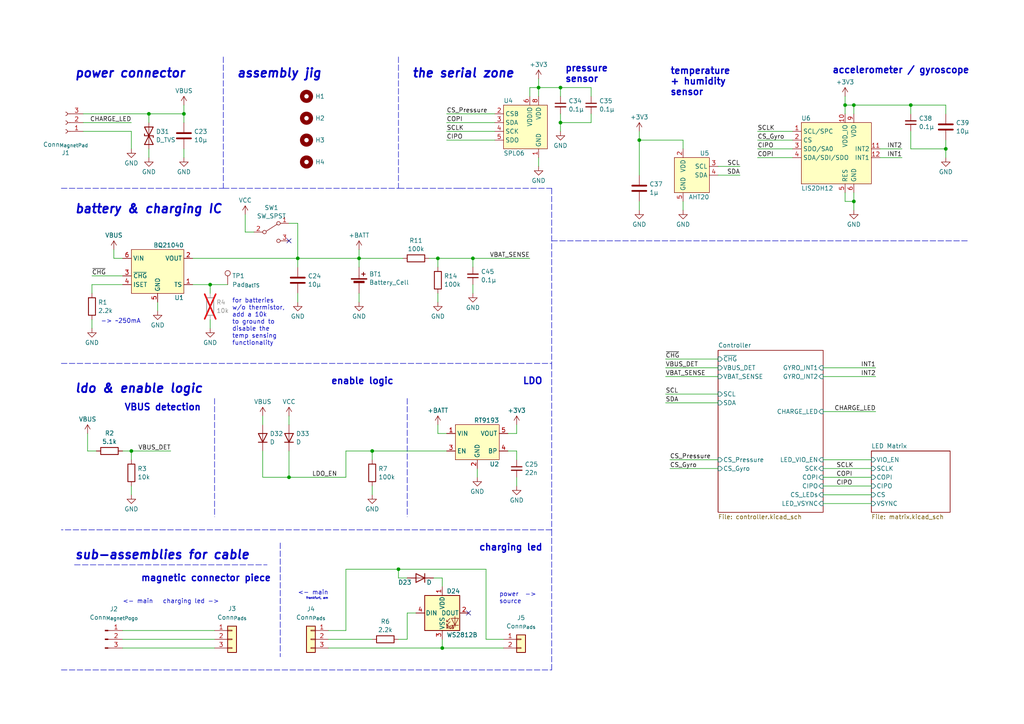
<source format=kicad_sch>
(kicad_sch (version 20230121) (generator eeschema)
  (paper "A4")
  (title_block (title "Self contained addressible RGB ring for 3M 501") (date "2024-01-08") (rev "r0.1") (company "xenua"))
  (lib_symbols
    (symbol "Connector:Conn_01x03_Pin" (pin_names (offset 1.016) hide)
      (property "Reference" "J" (at 0 5.08 0))
      (property "Value" "Conn_01x03_Pin" (at 0 -5.08 0))
      (symbol "Conn_01x03_Pin_1_1"
        (polyline (pts (xy 1.27 -2.54) (xy 0.8636 -2.54)) (stroke (width 0.1524)))
        (polyline (pts (xy 1.27 0) (xy 0.8636 0)) (stroke (width 0.1524)))
        (polyline (pts (xy 1.27 2.54) (xy 0.8636 2.54)) (stroke (width 0.1524)))
        (rectangle (start 0.8636 -2.413) (end 0 -2.667) (stroke (width 0.1524)) (fill (type outline)))
        (rectangle (start 0.8636 0.127) (end 0 -0.127) (stroke (width 0.1524)) (fill (type outline)))
        (rectangle (start 0.8636 2.667) (end 0 2.413) (stroke (width 0.1524)) (fill (type outline)))
        (pin passive line (at 5.08 2.54 180) (length 3.81) (name "Pin_1") (number "1"))
        (pin passive line (at 5.08 0 180) (length 3.81) (name "Pin_2") (number "2"))
        (pin passive line (at 5.08 -2.54 180) (length 3.81) (name "Pin_3") (number "3"))
      )
    )
    (symbol "Connector:Conn_01x03_Socket" (pin_names (offset 1.016) hide)
      (property "Reference" "J" (at 0 5.08 0))
      (property "Value" "Conn_01x03_Socket" (at 0 -5.08 0))
      (symbol "Conn_01x03_Socket_1_1"
        (arc (start 0 -2.032) (mid -0.5058 -2.54) (end 0 -3.048) (stroke (width 0.1524)))
        (polyline (pts (xy -1.27 -2.54) (xy -0.508 -2.54)) (stroke (width 0.1524)))
        (polyline (pts (xy -1.27 0) (xy -0.508 0)) (stroke (width 0.1524)))
        (polyline (pts (xy -1.27 2.54) (xy -0.508 2.54)) (stroke (width 0.1524)))
        (arc (start 0 0.508) (mid -0.5058 0) (end 0 -0.508) (stroke (width 0.1524)))
        (arc (start 0 3.048) (mid -0.5058 2.54) (end 0 2.032) (stroke (width 0.1524)))
        (pin passive line (at -5.08 2.54 0) (length 3.81) (name "Pin_1") (number "1"))
        (pin passive line (at -5.08 0 0) (length 3.81) (name "Pin_2") (number "2"))
        (pin passive line (at -5.08 -2.54 0) (length 3.81) (name "Pin_3") (number "3"))
      )
    )
    (symbol "Connector:TestPoint" (pin_numbers hide) (pin_names (offset 0.762) hide)
      (property "Reference" "TP" (at 0 6.858 0))
      (property "Value" "TestPoint" (at 0 5.08 0))
      (symbol "TestPoint_0_1"
        (circle (center 0 3.302) (radius 0.762))
      )
      (symbol "TestPoint_1_1"
        (pin passive line (at 0 0 90) (length 2.54) (name "1") (number "1"))
      )
    )
    (symbol "Connector_Generic:Conn_01x02" (pin_names (offset 1.016) hide)
      (property "Reference" "J" (at 0 2.54 0))
      (property "Value" "Conn_01x02" (at 0 -5.08 0))
      (symbol "Conn_01x02_1_1"
        (rectangle (start -1.27 -2.413) (end 0 -2.667) (stroke (width 0.1524)))
        (rectangle (start -1.27 0.127) (end 0 -0.127) (stroke (width 0.1524)))
        (rectangle (start -1.27 1.27) (end 1.27 -3.81) (stroke (width 0.254)) (fill (type background)))
        (pin passive line (at -5.08 0 0) (length 3.81) (name "Pin_1") (number "1"))
        (pin passive line (at -5.08 -2.54 0) (length 3.81) (name "Pin_2") (number "2"))
      )
    )
    (symbol "Connector_Generic:Conn_01x03" (pin_names (offset 1.016) hide)
      (property "Reference" "J" (at 0 5.08 0))
      (property "Value" "Conn_01x03" (at 0 -5.08 0))
      (symbol "Conn_01x03_1_1"
        (rectangle (start -1.27 -2.413) (end 0 -2.667) (stroke (width 0.1524)))
        (rectangle (start -1.27 0.127) (end 0 -0.127) (stroke (width 0.1524)))
        (rectangle (start -1.27 2.667) (end 0 2.413) (stroke (width 0.1524)))
        (rectangle (start -1.27 3.81) (end 1.27 -3.81) (stroke (width 0.254)) (fill (type background)))
        (pin passive line (at -5.08 2.54 0) (length 3.81) (name "Pin_1") (number "1"))
        (pin passive line (at -5.08 0 0) (length 3.81) (name "Pin_2") (number "2"))
        (pin passive line (at -5.08 -2.54 0) (length 3.81) (name "Pin_3") (number "3"))
      )
    )
    (symbol "Device:Battery_Cell" (pin_numbers hide) (pin_names (offset 0) hide)
      (property "Reference" "BT" (at 2.54 2.54 0))
      (property "Value" "Battery_Cell" (at 2.54 0 0))
      (symbol "Battery_Cell_0_1"
        (rectangle (start -2.286 1.778) (end 2.286 1.524) (fill (type outline)))
        (rectangle (start -1.524 1.016) (end 1.524 0.508) (fill (type outline)))
        (polyline (pts (xy 0 0.762) (xy 0 0)))
        (polyline (pts (xy 0 1.778) (xy 0 2.54)))
        (polyline (pts (xy 0.762 3.048) (xy 1.778 3.048)) (stroke (width 0.254)))
        (polyline (pts (xy 1.27 3.556) (xy 1.27 2.54)) (stroke (width 0.254)))
      )
      (symbol "Battery_Cell_1_1"
        (pin passive line (at 0 5.08 270) (length 2.54) (name "+") (number "1"))
        (pin passive line (at 0 -2.54 90) (length 2.54) (name "-") (number "2"))
      )
    )
    (symbol "Device:C" (pin_numbers hide) (pin_names (offset 0.254))
      (property "Reference" "C" (at 0.635 2.54 0))
      (property "Value" "C" (at 0.635 -2.54 0))
      (symbol "C_0_1"
        (polyline (pts (xy -2.032 -0.762) (xy 2.032 -0.762)) (stroke (width 0.508)))
        (polyline (pts (xy -2.032 0.762) (xy 2.032 0.762)) (stroke (width 0.508)))
      )
      (symbol "C_1_1"
        (pin passive line (at 0 3.81 270) (length 2.794) (name "~") (number "1"))
        (pin passive line (at 0 -3.81 90) (length 2.794) (name "~") (number "2"))
      )
    )
    (symbol "Device:C_Small" (pin_numbers hide) (pin_names (offset 0.254) hide)
      (property "Reference" "C" (at 0.254 1.778 0))
      (property "Value" "C_Small" (at 0.254 -2.032 0))
      (symbol "C_Small_0_1"
        (polyline (pts (xy -1.524 -0.508) (xy 1.524 -0.508)) (stroke (width 0.3302)))
        (polyline (pts (xy -1.524 0.508) (xy 1.524 0.508)) (stroke (width 0.3048)))
      )
      (symbol "C_Small_1_1"
        (pin passive line (at 0 2.54 270) (length 2.032) (name "~") (number "1"))
        (pin passive line (at 0 -2.54 90) (length 2.032) (name "~") (number "2"))
      )
    )
    (symbol "Device:D" (pin_numbers hide) (pin_names (offset 1.016) hide)
      (property "Reference" "D" (at 0 2.54 0))
      (property "Value" "D" (at 0 -2.54 0))
      (symbol "D_0_1"
        (polyline (pts (xy -1.27 1.27) (xy -1.27 -1.27)) (stroke (width 0.254)))
        (polyline (pts (xy 1.27 0) (xy -1.27 0)))
        (polyline (pts (xy 1.27 1.27) (xy 1.27 -1.27) (xy -1.27 0) (xy 1.27 1.27)) (stroke (width 0.254)))
      )
      (symbol "D_1_1"
        (pin passive line (at -3.81 0 0) (length 2.54) (name "K") (number "1"))
        (pin passive line (at 3.81 0 180) (length 2.54) (name "A") (number "2"))
      )
    )
    (symbol "Device:D_TVS" (pin_numbers hide) (pin_names (offset 1.016) hide)
      (property "Reference" "D" (at 0 2.54 0))
      (property "Value" "D_TVS" (at 0 -2.54 0))
      (symbol "D_TVS_0_1"
        (polyline (pts (xy 1.27 0) (xy -1.27 0)))
        (polyline (pts (xy 0.508 1.27) (xy 0 1.27) (xy 0 -1.27) (xy -0.508 -1.27)) (stroke (width 0.254)))
        (polyline (pts (xy -2.54 1.27) (xy -2.54 -1.27) (xy 2.54 1.27) (xy 2.54 -1.27) (xy -2.54 1.27)) (stroke (width 0.254)))
      )
      (symbol "D_TVS_1_1"
        (pin passive line (at -3.81 0 0) (length 2.54) (name "A1") (number "1"))
        (pin passive line (at 3.81 0 180) (length 2.54) (name "A2") (number "2"))
      )
    )
    (symbol "Device:R" (pin_numbers hide) (pin_names (offset 0))
      (property "Reference" "R" (at 2.032 0 90))
      (property "Value" "R" (at 0 0 90))
      (symbol "R_0_1"
        (rectangle (start -1.016 -2.54) (end 1.016 2.54) (stroke (width 0.254)))
      )
      (symbol "R_1_1"
        (pin passive line (at 0 3.81 270) (length 1.27) (name "~") (number "1"))
        (pin passive line (at 0 -3.81 90) (length 1.27) (name "~") (number "2"))
      )
    )
    (symbol "LED:WS2812B" (pin_names (offset 0.254))
      (property "Reference" "D" (at 5.08 5.715 0))
      (property "Value" "WS2812B" (at 1.27 -5.715 0))
      (symbol "WS2812B_0_0"
        (text "RGB" (at 2.286 -4.191 0) (effects (font (size 0.762 0.762))))
      )
      (symbol "WS2812B_0_1"
        (polyline (pts (xy 1.27 -3.556) (xy 1.778 -3.556)))
        (polyline (pts (xy 1.27 -2.54) (xy 1.778 -2.54)))
        (polyline (pts (xy 4.699 -3.556) (xy 2.667 -3.556)))
        (polyline (pts (xy 2.286 -2.54) (xy 1.27 -3.556) (xy 1.27 -3.048)))
        (polyline (pts (xy 2.286 -1.524) (xy 1.27 -2.54) (xy 1.27 -2.032)))
        (polyline (pts (xy 3.683 -1.016) (xy 3.683 -3.556) (xy 3.683 -4.064)))
        (polyline (pts (xy 4.699 -1.524) (xy 2.667 -1.524) (xy 3.683 -3.556) (xy 4.699 -1.524)))
        (rectangle (start 5.08 5.08) (end -5.08 -5.08) (stroke (width 0.254)) (fill (type background)))
      )
      (symbol "WS2812B_1_1"
        (pin power_in line (at 0 7.62 270) (length 2.54) (name "VDD") (number "1"))
        (pin output line (at 7.62 0 180) (length 2.54) (name "DOUT") (number "2"))
        (pin power_in line (at 0 -7.62 90) (length 2.54) (name "VSS") (number "3"))
        (pin input line (at -7.62 0 0) (length 2.54) (name "DIN") (number "4"))
      )
    )
    (symbol "Mechanical:MountingHole" (pin_names (offset 1.016))
      (property "Reference" "H" (at 0 5.08 0))
      (property "Value" "MountingHole" (at 0 3.175 0))
      (symbol "MountingHole_0_1"
        (circle (center 0 0) (radius 1.27) (stroke (width 1.27)))
      )
    )
    (symbol "Switch:SW_SPDT" (pin_names (offset 0) hide)
      (property "Reference" "SW" (at 0 4.318 0))
      (property "Value" "SW_SPDT" (at 0 -5.08 0))
      (symbol "SW_SPDT_0_0"
        (circle (center -2.032 0) (radius 0.508))
        (circle (center 2.032 -2.54) (radius 0.508))
      )
      (symbol "SW_SPDT_0_1"
        (polyline (pts (xy -1.524 0.254) (xy 1.651 2.286)))
        (circle (center 2.032 2.54) (radius 0.508))
      )
      (symbol "SW_SPDT_1_1"
        (pin passive line (at 5.08 2.54 180) (length 2.54) (name "A") (number "1"))
        (pin passive line (at -5.08 0 0) (length 2.54) (name "B") (number "2"))
        (pin passive line (at 5.08 -2.54 180) (length 2.54) (name "C") (number "3"))
      )
    )
    (symbol "power:+3V3" (power) (pin_names (offset 0))
      (property "Value" "+3V3" (at 0 3.556 0))
      (symbol "+3V3_0_1"
        (polyline (pts (xy -0.762 1.27) (xy 0 2.54)))
        (polyline (pts (xy 0 0) (xy 0 2.54)))
        (polyline (pts (xy 0 2.54) (xy 0.762 1.27)))
      )
      (symbol "+3V3_1_1"
        (pin power_in line (at 0 0 90) (length 0) hide (name "+3V3") (number "1"))
      )
    )
    (symbol "power:+BATT" (power) (pin_names (offset 0))
      (property "Value" "+BATT" (at 0 3.556 0))
      (symbol "+BATT_0_1"
        (polyline (pts (xy -0.762 1.27) (xy 0 2.54)))
        (polyline (pts (xy 0 0) (xy 0 2.54)))
        (polyline (pts (xy 0 2.54) (xy 0.762 1.27)))
      )
      (symbol "+BATT_1_1"
        (pin power_in line (at 0 0 90) (length 0) hide (name "+BATT") (number "1"))
      )
    )
    (symbol "power:GND" (power) (pin_names (offset 0))
      (property "Value" "GND" (at 0 -3.81 0))
      (symbol "GND_0_1"
        (polyline (pts (xy 0 0) (xy 0 -1.27) (xy 1.27 -1.27) (xy 0 -2.54) (xy -1.27 -1.27) (xy 0 -1.27)))
      )
      (symbol "GND_1_1"
        (pin power_in line (at 0 0 270) (length 0) hide (name "GND") (number "1"))
      )
    )
    (symbol "power:VBUS" (power) (pin_names (offset 0))
      (property "Value" "VBUS" (at 0 3.81 0))
      (symbol "VBUS_0_1"
        (polyline (pts (xy -0.762 1.27) (xy 0 2.54)))
        (polyline (pts (xy 0 0) (xy 0 2.54)))
        (polyline (pts (xy 0 2.54) (xy 0.762 1.27)))
      )
      (symbol "VBUS_1_1"
        (pin power_in line (at 0 0 90) (length 0) hide (name "VBUS") (number "1"))
      )
    )
    (symbol "power:VCC" (power) (pin_names (offset 0))
      (property "Value" "VCC" (at 0 3.81 0))
      (symbol "VCC_0_1"
        (polyline (pts (xy -0.762 1.27) (xy 0 2.54)))
        (polyline (pts (xy 0 0) (xy 0 2.54)))
        (polyline (pts (xy 0 2.54) (xy 0.762 1.27)))
      )
      (symbol "VCC_1_1"
        (pin power_in line (at 0 0 90) (length 0) hide (name "VCC") (number "1"))
      )
    )
    (symbol "xenua:AHT20"
      (property "Reference" "U" (at 5.08 6.35 0))
      (property "Value" "AHT20" (at 5.08 -6.35 0))
      (symbol "AHT20_0_1"
        (rectangle (start 3.81 -5.08) (end 3.81 -5.08))
      )
      (symbol "AHT20_1_1"
        (rectangle (start -5.08 5.08) (end 5.08 -5.08) (fill (type background)))
        (pin no_connect line (at 7.62 -2.54 180) (length 2.54) hide (name "NC") (number "1"))
        (pin power_in line (at -2.54 7.62 270) (length 2.54) (name "VDD") (number "2"))
        (pin input line (at 7.62 2.54 180) (length 2.54) (name "SCL") (number "3"))
        (pin input line (at 7.62 0 180) (length 2.54) (name "SDA") (number "4"))
        (pin power_in line (at -2.54 -7.62 90) (length 2.54) (name "GND") (number "5"))
        (pin no_connect line (at 7.62 -2.54 180) (length 2.54) hide (name "NC") (number "6"))
      )
    )
    (symbol "xenua:BQ21040"
      (property "Reference" "U" (at 7.62 -7.62 0))
      (property "Value" "BQ21040" (at 7.62 7.62 0))
      (symbol "BQ21040_1_1"
        (rectangle (start -7.62 6.35) (end 7.62 -6.35) (fill (type background)))
        (pin input line (at 10.16 -3.81 180) (length 2.54) (name "TS") (number "1"))
        (pin power_out line (at 10.16 3.81 180) (length 2.54) (name "VOUT") (number "2"))
        (pin output line (at -10.16 -1.27 0) (length 2.54) (name "~{CHG}") (number "3"))
        (pin input line (at -10.16 -3.81 0) (length 2.54) (name "ISET") (number "4"))
        (pin power_in line (at 0 -8.89 90) (length 2.54) (name "GND") (number "5"))
        (pin power_in line (at -10.16 3.81 0) (length 2.54) (name "VIN") (number "6"))
      )
    )
    (symbol "xenua:LIS2DH12"
      (property "Reference" "U" (at 0 1.27 0))
      (property "Value" "LIS2DH12" (at 0 -19.05 0))
      (symbol "LIS2DH12_1_1"
        (rectangle (start 0 0) (end 20.32 -17.78) (fill (type background)))
        (pin input line (at -2.54 -2.54 0) (length 2.54) (name "SCL/SPC") (number "1"))
        (pin power_in line (at 12.7 2.54 270) (length 2.54) (name "VDD_IO") (number "10"))
        (pin output line (at 22.86 -7.62 180) (length 2.54) (name "INT2") (number "11"))
        (pin output line (at 22.86 -10.16 180) (length 2.54) (name "INT1") (number "12"))
        (pin input line (at -2.54 -5.08 0) (length 2.54) (name "CS") (number "2"))
        (pin bidirectional line (at -2.54 -7.62 0) (length 2.54) (name "SDO/SA0") (number "3"))
        (pin bidirectional line (at -2.54 -10.16 0) (length 2.54) (name "SDA/SDI/SDO") (number "4"))
        (pin bidirectional line (at 12.7 -20.32 90) (length 2.54) (name "RES") (number "5"))
        (pin power_in line (at 15.24 -20.32 90) (length 2.54) (name "GND") (number "6"))
        (pin power_in line (at 15.24 -20.32 90) (length 2.54) hide (name "GND") (number "7"))
        (pin power_in line (at 15.24 -20.32 90) (length 2.54) hide (name "GND") (number "8"))
        (pin power_in line (at 15.24 2.54 270) (length 2.54) (name "VDD") (number "9"))
      )
    )
    (symbol "xenua:RT9193"
      (property "Reference" "U" (at 6.35 -6.35 0))
      (property "Value" "RT9193" (at 6.35 6.35 0))
      (symbol "RT9193_1_1"
        (rectangle (start -6.35 5.08) (end 6.35 -5.08) (fill (type background)))
        (pin power_in line (at -8.89 2.54 0) (length 2.54) (name "VIN") (number "1"))
        (pin power_in line (at 0 -7.62 90) (length 2.54) (name "GND") (number "2"))
        (pin input line (at -8.89 -2.54 0) (length 2.54) (name "EN") (number "3"))
        (pin output line (at 8.89 -2.54 180) (length 2.54) (name "BP") (number "4"))
        (pin power_out line (at 8.89 2.54 180) (length 2.54) (name "VOUT") (number "5"))
      )
    )
    (symbol "xenua:SPL06"
      (property "Reference" "U" (at -6.35 7.62 0))
      (property "Value" "SPL06" (at -6.35 -7.62 0))
      (symbol "SPL06_1_1"
        (rectangle (start -6.35 6.35) (end 6.35 -6.35) (fill (type background)))
        (pin power_in line (at 3.81 -8.89 90) (length 2.54) (name "GND") (number "1"))
        (pin input line (at -8.89 3.81 0) (length 2.54) (name "CSB") (number "2"))
        (pin input line (at -8.89 1.27 0) (length 2.54) (name "SDA") (number "3"))
        (pin input line (at -8.89 -1.27 0) (length 2.54) (name "SCK") (number "4"))
        (pin bidirectional line (at -8.89 -3.81 0) (length 2.54) (name "SDO") (number "5"))
        (pin power_in line (at 1.27 8.89 270) (length 2.54) (name "VDDIO") (number "6"))
        (pin power_in line (at 3.81 -8.89 90) (length 2.54) hide (name "GND") (number "7"))
        (pin power_in line (at 3.81 8.89 270) (length 2.54) (name "VDD") (number "8"))
      )
    )
  )
  (junction (at 264.16 30.48))
  (junction (at 83.82 138.43))
  (junction (at 38.1 130.81))
  (junction (at 274.32 43.18))
  (junction (at 245.11 30.48))
  (junction (at 162.56 35.56))
  (junction (at 107.95 130.81))
  (junction (at 162.56 25.4))
  (junction (at 247.65 30.48))
  (junction (at 127 74.93))
  (junction (at 43.18 33.02))
  (junction (at 60.96 82.55))
  (junction (at 185.42 40.64))
  (junction (at 137.16 74.93))
  (junction (at 104.14 74.93))
  (junction (at 86.36 74.93))
  (junction (at 115.57 165.1))
  (junction (at 156.21 25.4))
  (junction (at 128.27 187.96))
  (junction (at 247.65 58.42))
  (junction (at 53.34 33.02))
  (no_connect (at 135.89 177.8))
  (no_connect (at 83.82 69.85))
  (wire (pts (xy 194.31 135.89) (xy 208.28 135.89)))
  (wire (pts (xy 149.86 123.19) (xy 149.86 125.73)))
  (wire (pts (xy 149.86 130.81) (xy 147.32 130.81)))
  (polyline (pts (xy 81.28 157.48) (xy 81.28 190.5)) (stroke (width 0) (type dash)))
  (wire (pts (xy 198.12 40.64) (xy 198.12 43.18)))
  (wire (pts (xy 238.76 119.38) (xy 254 119.38)))
  (wire (pts (xy 71.12 62.23) (xy 71.12 67.31)))
  (wire (pts (xy 35.56 74.93) (xy 33.02 74.93)))
  (polyline (pts (xy 160.02 54.61) (xy 160.02 105.41)) (stroke (width 0) (type dash)))
  (wire (pts (xy 238.76 140.97) (xy 252.73 140.97)))
  (wire (pts (xy 208.28 50.8) (xy 214.63 50.8)))
  (wire (pts (xy 25.4 125.73) (xy 25.4 130.81)))
  (wire (pts (xy 127 74.93) (xy 124.46 74.93)))
  (wire (pts (xy 162.56 35.56) (xy 162.56 38.1)))
  (wire (pts (xy 264.16 43.18) (xy 274.32 43.18)))
  (wire (pts (xy 35.56 82.55) (xy 26.67 82.55)))
  (wire (pts (xy 86.36 74.93) (xy 86.36 64.77)))
  (wire (pts (xy 100.33 165.1) (xy 115.57 165.1)))
  (wire (pts (xy 53.34 33.02) (xy 53.34 35.56)))
  (wire (pts (xy 86.36 85.09) (xy 86.36 87.63)))
  (wire (pts (xy 193.04 116.84) (xy 208.28 116.84)))
  (polyline (pts (xy 17.78 54.61) (xy 64.77 54.61)) (stroke (width 0) (type dash)))
  (wire (pts (xy 162.56 35.56) (xy 171.45 35.56)))
  (wire (pts (xy 162.56 33.02) (xy 162.56 35.56)))
  (wire (pts (xy 107.95 130.81) (xy 107.95 133.35)))
  (wire (pts (xy 193.04 104.14) (xy 208.28 104.14)))
  (wire (pts (xy 264.16 30.48) (xy 264.16 33.02)))
  (wire (pts (xy 171.45 25.4) (xy 162.56 25.4)))
  (wire (pts (xy 162.56 25.4) (xy 156.21 25.4)))
  (wire (pts (xy 156.21 25.4) (xy 156.21 27.94)))
  (wire (pts (xy 24.13 33.02) (xy 43.18 33.02)))
  (wire (pts (xy 104.14 85.09) (xy 104.14 87.63)))
  (wire (pts (xy 198.12 58.42) (xy 198.12 60.96)))
  (wire (pts (xy 83.82 120.65) (xy 83.82 123.19)))
  (polyline (pts (xy 118.11 115.57) (xy 118.11 149.86)) (stroke (width 0) (type dash)))
  (wire (pts (xy 193.04 109.22) (xy 208.28 109.22)))
  (wire (pts (xy 137.16 82.55) (xy 137.16 85.09)))
  (wire (pts (xy 76.2 120.65) (xy 76.2 123.19)))
  (wire (pts (xy 26.67 82.55) (xy 26.67 85.09)))
  (wire (pts (xy 245.11 55.88) (xy 245.11 58.42)))
  (wire (pts (xy 83.82 130.81) (xy 83.82 138.43)))
  (wire (pts (xy 118.11 177.8) (xy 120.65 177.8)))
  (wire (pts (xy 185.42 38.1) (xy 185.42 40.64)))
  (wire (pts (xy 127 74.93) (xy 137.16 74.93)))
  (wire (pts (xy 238.76 138.43) (xy 252.73 138.43)))
  (wire (pts (xy 137.16 74.93) (xy 137.16 77.47)))
  (wire (pts (xy 274.32 33.02) (xy 274.32 30.48)))
  (wire (pts (xy 38.1 130.81) (xy 38.1 133.35)))
  (wire (pts (xy 38.1 130.81) (xy 49.53 130.81)))
  (wire (pts (xy 127 85.09) (xy 127 87.63)))
  (wire (pts (xy 60.96 92.71) (xy 60.96 95.25)))
  (wire (pts (xy 107.95 130.81) (xy 129.54 130.81)))
  (polyline (pts (xy 160.02 69.85) (xy 280.67 69.85)) (stroke (width 0) (type dash)))
  (wire (pts (xy 156.21 22.86) (xy 156.21 25.4)))
  (wire (pts (xy 274.32 43.18) (xy 274.32 40.64)))
  (wire (pts (xy 95.25 182.88) (xy 100.33 182.88)))
  (wire (pts (xy 53.34 45.72) (xy 53.34 43.18)))
  (wire (pts (xy 149.86 138.43) (xy 149.86 140.97)))
  (wire (pts (xy 125.73 167.64) (xy 128.27 167.64)))
  (wire (pts (xy 238.76 109.22) (xy 254 109.22)))
  (wire (pts (xy 60.96 85.09) (xy 60.96 82.55)))
  (wire (pts (xy 185.42 40.64) (xy 198.12 40.64)))
  (wire (pts (xy 171.45 33.02) (xy 171.45 35.56)))
  (wire (pts (xy 129.54 35.56) (xy 143.51 35.56)))
  (wire (pts (xy 104.14 74.93) (xy 104.14 77.47)))
  (polyline (pts (xy 115.57 54.61) (xy 133.35 54.61)) (stroke (width 0) (type dash)))
  (wire (pts (xy 238.76 106.68) (xy 254 106.68)))
  (polyline (pts (xy 115.57 16.51) (xy 115.57 54.61)) (stroke (width 0) (type dash)))
  (wire (pts (xy 247.65 58.42) (xy 247.65 60.96)))
  (wire (pts (xy 147.32 125.73) (xy 149.86 125.73)))
  (wire (pts (xy 247.65 30.48) (xy 264.16 30.48)))
  (wire (pts (xy 35.56 185.42) (xy 62.23 185.42)))
  (wire (pts (xy 53.34 30.48) (xy 53.34 33.02)))
  (wire (pts (xy 38.1 140.97) (xy 38.1 143.51)))
  (wire (pts (xy 153.67 27.94) (xy 153.67 25.4)))
  (wire (pts (xy 208.28 48.26) (xy 214.63 48.26)))
  (wire (pts (xy 38.1 38.1) (xy 24.13 38.1)))
  (wire (pts (xy 100.33 182.88) (xy 100.33 165.1)))
  (wire (pts (xy 25.4 130.81) (xy 27.94 130.81)))
  (wire (pts (xy 95.25 187.96) (xy 128.27 187.96)))
  (wire (pts (xy 43.18 33.02) (xy 53.34 33.02)))
  (polyline (pts (xy 133.35 54.61) (xy 160.02 54.61)) (stroke (width 0) (type dash)))
  (wire (pts (xy 247.65 58.42) (xy 247.65 55.88)))
  (wire (pts (xy 219.71 45.72) (xy 229.87 45.72)))
  (wire (pts (xy 129.54 38.1) (xy 143.51 38.1)))
  (wire (pts (xy 24.13 35.56) (xy 38.1 35.56)))
  (wire (pts (xy 60.96 82.55) (xy 66.04 82.55)))
  (wire (pts (xy 185.42 40.64) (xy 185.42 50.8)))
  (wire (pts (xy 45.72 90.17) (xy 45.72 87.63)))
  (polyline (pts (xy 62.23 115.57) (xy 62.23 149.86)) (stroke (width 0) (type dash)))
  (wire (pts (xy 43.18 43.18) (xy 43.18 45.72)))
  (wire (pts (xy 26.67 92.71) (xy 26.67 95.25)))
  (wire (pts (xy 247.65 30.48) (xy 245.11 30.48)))
  (wire (pts (xy 245.11 58.42) (xy 247.65 58.42)))
  (wire (pts (xy 129.54 33.02) (xy 143.51 33.02)))
  (wire (pts (xy 127 125.73) (xy 129.54 125.73)))
  (wire (pts (xy 35.56 182.88) (xy 62.23 182.88)))
  (wire (pts (xy 35.56 187.96) (xy 62.23 187.96)))
  (wire (pts (xy 86.36 74.93) (xy 86.36 77.47)))
  (wire (pts (xy 118.11 167.64) (xy 115.57 167.64)))
  (wire (pts (xy 83.82 138.43) (xy 100.33 138.43)))
  (wire (pts (xy 83.82 64.77) (xy 86.36 64.77)))
  (wire (pts (xy 229.87 40.64) (xy 219.71 40.64)))
  (wire (pts (xy 76.2 130.81) (xy 76.2 138.43)))
  (polyline (pts (xy 64.77 16.51) (xy 64.77 54.61)) (stroke (width 0) (type dash)))
  (wire (pts (xy 129.54 40.64) (xy 143.51 40.64)))
  (wire (pts (xy 194.31 133.35) (xy 208.28 133.35)))
  (wire (pts (xy 115.57 165.1) (xy 140.97 165.1)))
  (polyline (pts (xy 17.78 105.41) (xy 160.02 105.41)) (stroke (width 0) (type dash)))
  (wire (pts (xy 238.76 133.35) (xy 252.73 133.35)))
  (polyline (pts (xy 64.77 54.61) (xy 115.57 54.61)) (stroke (width 0) (type dash)))
  (wire (pts (xy 153.67 25.4) (xy 156.21 25.4)))
  (wire (pts (xy 86.36 74.93) (xy 104.14 74.93)))
  (wire (pts (xy 274.32 43.18) (xy 274.32 45.72)))
  (wire (pts (xy 118.11 177.8) (xy 118.11 185.42)))
  (wire (pts (xy 162.56 25.4) (xy 162.56 27.94)))
  (wire (pts (xy 137.16 74.93) (xy 153.67 74.93)))
  (wire (pts (xy 238.76 146.05) (xy 252.73 146.05)))
  (wire (pts (xy 128.27 187.96) (xy 146.05 187.96)))
  (wire (pts (xy 264.16 30.48) (xy 274.32 30.48)))
  (wire (pts (xy 238.76 135.89) (xy 252.73 135.89)))
  (wire (pts (xy 219.71 38.1) (xy 229.87 38.1)))
  (wire (pts (xy 255.27 45.72) (xy 261.62 45.72)))
  (wire (pts (xy 238.76 143.51) (xy 252.73 143.51)))
  (polyline (pts (xy 160.02 105.41) (xy 160.02 153.67)) (stroke (width 0) (type dash)))
  (wire (pts (xy 219.71 43.18) (xy 229.87 43.18)))
  (wire (pts (xy 193.04 114.3) (xy 208.28 114.3)))
  (wire (pts (xy 138.43 135.89) (xy 138.43 138.43)))
  (polyline (pts (xy 17.78 194.31) (xy 160.02 194.31)) (stroke (width 0) (type dash)))
  (wire (pts (xy 115.57 185.42) (xy 118.11 185.42)))
  (polyline (pts (xy 160.02 194.31) (xy 160.02 153.67)) (stroke (width 0) (type dash)))
  (wire (pts (xy 104.14 72.39) (xy 104.14 74.93)))
  (wire (pts (xy 146.05 185.42) (xy 140.97 185.42)))
  (wire (pts (xy 104.14 74.93) (xy 116.84 74.93)))
  (wire (pts (xy 95.25 185.42) (xy 107.95 185.42)))
  (wire (pts (xy 247.65 30.48) (xy 247.65 33.02)))
  (wire (pts (xy 156.21 45.72) (xy 156.21 48.26)))
  (polyline (pts (xy 21.59 163.83) (xy 77.47 163.83)) (stroke (width 0) (type dash)))
  (wire (pts (xy 171.45 27.94) (xy 171.45 25.4)))
  (wire (pts (xy 264.16 38.1) (xy 264.16 43.18)))
  (wire (pts (xy 128.27 167.64) (xy 128.27 170.18)))
  (wire (pts (xy 149.86 133.35) (xy 149.86 130.81)))
  (wire (pts (xy 100.33 138.43) (xy 100.33 130.81)))
  (polyline (pts (xy 160.02 153.67) (xy 17.78 153.67)) (stroke (width 0) (type dash)))
  (wire (pts (xy 185.42 58.42) (xy 185.42 60.96)))
  (wire (pts (xy 107.95 140.97) (xy 107.95 143.51)))
  (wire (pts (xy 43.18 33.02) (xy 43.18 35.56)))
  (wire (pts (xy 255.27 43.18) (xy 261.62 43.18)))
  (wire (pts (xy 245.11 33.02) (xy 245.11 30.48)))
  (wire (pts (xy 33.02 72.39) (xy 33.02 74.93)))
  (wire (pts (xy 128.27 185.42) (xy 128.27 187.96)))
  (wire (pts (xy 76.2 138.43) (xy 83.82 138.43)))
  (wire (pts (xy 245.11 27.94) (xy 245.11 30.48)))
  (wire (pts (xy 55.88 74.93) (xy 86.36 74.93)))
  (wire (pts (xy 35.56 130.81) (xy 38.1 130.81)))
  (wire (pts (xy 38.1 43.18) (xy 38.1 38.1)))
  (wire (pts (xy 140.97 165.1) (xy 140.97 185.42)))
  (wire (pts (xy 193.04 106.68) (xy 208.28 106.68)))
  (wire (pts (xy 71.12 67.31) (xy 73.66 67.31)))
  (wire (pts (xy 115.57 167.64) (xy 115.57 165.1)))
  (wire (pts (xy 100.33 130.81) (xy 107.95 130.81)))
  (wire (pts (xy 26.67 80.01) (xy 35.56 80.01)))
  (wire (pts (xy 127 123.19) (xy 127 125.73)))
  (wire (pts (xy 60.96 82.55) (xy 55.88 82.55)))
  (wire (pts (xy 127 77.47) (xy 127 74.93)))
  (text "the serial zone" (at 119.38 22.86 0) (effects (font (size 2.54 2.54) (thickness 0.508) bold italic) (justify left bottom)))
  (text "sub-assemblies for cable" (at 21.59 162.56 0) (effects (font (size 2.54 2.54) (thickness 0.508) bold italic) (justify left bottom)))
  (text "charging led" (at 157.48 160.02 0) (effects (font (size 1.905 1.905) (thickness 0.381) bold) (justify right bottom)))
  (text "LDO" (at 157.48 111.76 0) (effects (font (size 1.905 1.905) (thickness 0.381) bold) (justify right bottom)))
  (text "enable logic" (at 114.3 111.76 0) (effects (font (size 1.905 1.905) (thickness 0.381) bold) (justify right bottom)))
  (text "-> ~250mA" (at 29.21 93.98 0) (effects (font (size 1.27 1.27)) (justify left bottom)))
  (text "<- main" (at 86.36 172.72 0) (effects (font (size 1.27 1.27)) (justify left bottom)))
  (text "for batteries\nw/o thermistor,\nadd a 10k\nto ground to\ndisable the\ntemp sensing\nfunctionality" (at 67.31 100.33 0) (effects (font (size 1.27 1.27)) (justify left bottom)))
  (text "frankfurt, am" (at 95.25 173.99 0) (effects (font (size 0.635 0.635)) (justify right bottom)))
  (text "ldo & enable logic" (at 21.59 114.3 0) (effects (font (size 2.54 2.54) (thickness 0.508) bold italic) (justify left bottom)))
  (text "magnetic connector piece" (at 78.74 168.91 0) (effects (font (size 1.905 1.905) (thickness 0.381) bold) (justify right bottom)))
  (text "pressure\nsensor" (at 163.83 24.13 0) (effects (font (size 1.905 1.905) (thickness 0.381) bold) (justify left bottom)))
  (text "temperature\n+ humidity\nsensor" (at 194.31 27.94 0) (effects (font (size 1.905 1.905) (thickness 0.381) bold) (justify left bottom)))
  (text "accelerometer / gyroscope" (at 241.3 21.59 0) (effects (font (size 1.905 1.905) (thickness 0.381) bold) (justify left bottom)))
  (text "battery & charging IC" (at 21.59 62.23 0) (effects (font (size 2.54 2.54) (thickness 0.508) bold italic) (justify left bottom)))
  (text "power  ->\nsource" (at 144.78 175.26 0) (effects (font (size 1.27 1.27)) (justify left bottom)))
  (text "<- main   charging led ->" (at 35.56 175.26 0) (effects (font (size 1.27 1.27)) (justify left bottom)))
  (text "power connector" (at 21.59 22.86 0) (effects (font (size 2.54 2.54) (thickness 0.508) bold italic) (justify left bottom)))
  (text "assembly jig" (at 68.58 22.86 0) (effects (font (size 2.54 2.54) (thickness 0.508) bold italic) (justify left bottom)))
  (text "VBUS detection" (at 58.42 119.38 0) (effects (font (size 1.905 1.905) (thickness 0.381) bold) (justify right bottom)))
  (label "SCLK" (at 219.71 38.1 0))
  (label "CIPO" (at 219.71 43.18 0))
  (label "SDA" (at 193.04 116.84 0))
  (label "~{CHG}" (at 193.04 104.14 0))
  (label "SCL" (at 214.63 48.26 180))
  (label "INT1" (at 261.62 45.72 180))
  (label "CS_Gyro" (at 219.71 40.64 0))
  (label "LDO_EN" (at 97.79 138.43 180))
  (label "COPI" (at 242.57 138.43 0))
  (label "VBAT_SENSE" (at 193.04 109.22 0))
  (label "SCLK" (at 129.54 38.1 0))
  (label "COPI" (at 129.54 35.56 0))
  (label "CIPO" (at 129.54 40.64 0))
  (label "INT2" (at 261.62 43.18 180))
  (label "CIPO" (at 242.57 140.97 0))
  (label "CS_Pressure" (at 129.54 33.02 0))
  (label "INT1" (at 254 106.68 180))
  (label "VBUS_DET" (at 193.04 106.68 0))
  (label "CS_Gyro" (at 194.31 135.89 0))
  (label "VBAT_SENSE" (at 153.67 74.93 180))
  (label "SCLK" (at 242.57 135.89 0))
  (label "SCL" (at 193.04 114.3 0))
  (label "COPI" (at 219.71 45.72 0))
  (label "VBUS_DET" (at 49.53 130.81 180))
  (label "CS_Pressure" (at 194.31 133.35 0))
  (label "SDA" (at 214.63 50.8 180))
  (label "INT2" (at 254 109.22 180))
  (label "CHARGE_LED" (at 254 119.38 180))
  (label "CHARGE_LED" (at 38.1 35.56 180))
  (label "~{CHG}" (at 26.67 80.01 0))
  (symbol (lib_id "Device:R") (at 120.65 74.93 90) (unit 1)
    (property "Reference" "R11" (at 120.65 69.7697 90))
    (property "Value" "100k" (at 120.65 72.1939 90))
    (property "Footprint" "Resistor_SMD:R_0402_1005Metric" (effects hide))
  )
  (symbol (lib_id "Connector:Conn_01x03_Socket") (at 19.05 35.56 180) (unit 1)
    (property "Reference" "J1" (at 19.05 44.3342 0))
    (property "Value" "Conn_{MagnetPad}" (at 19.05 41.91 0))
    (property "Footprint" "xenua:Conn_Magnet_3p" (effects hide))
  )
  (symbol (lib_id "power:GND") (at 60.96 95.25 0) (unit 1)
    (property "Reference" "#PWR09" (effects hide))
    (property "Value" "GND" (at 60.96 99.3831 0))
  )
  (symbol (lib_id "power:+3V3") (at 185.42 38.1 0) (unit 1)
    (property "Reference" "#PWR044" (effects hide))
    (property "Value" "+3V3" (at 185.42 33.9669 0))
  )
  (symbol (lib_id "power:GND") (at 38.1 143.51 0) (unit 1)
    (property "Reference" "#PWR05" (effects hide))
    (property "Value" "GND" (at 38.1 147.6431 0))
  )
  (symbol (lib_id "Device:Battery_Cell") (at 104.14 82.55 0) (unit 1)
    (property "Reference" "BT1" (at 107.061 79.4964 0) (effects (justify left)))
    (property "Value" "Battery_Cell" (at 107.061 81.9206 0) (effects (justify left)))
    (property "Footprint" "xenua:Bat_Leads" (effects hide))
  )
  (symbol (lib_id "Connector_Generic:Conn_01x03") (at 67.31 185.42 0) (unit 1)
    (property "Reference" "J3" (at 67.31 176.53 0))
    (property "Value" "Conn_{Pads}" (at 67.31 179.07 0))
    (property "Footprint" "Connector_PinHeader_2.54mm:PinHeader_1x03_P2.54mm_Vertical" (effects hide))
  )
  (symbol (lib_id "Device:C") (at 86.36 81.28 0) (unit 1)
    (property "Reference" "C24" (at 89.281 80.0679 0) (effects (justify left)))
    (property "Value" "10µ" (at 89.281 82.4921 0) (effects (justify left)))
    (property "Footprint" "Capacitor_SMD:C_0402_1005Metric" (effects hide))
  )
  (symbol (lib_id "power:GND") (at 247.65 60.96 0) (unit 1)
    (property "Reference" "#PWR049" (effects hide))
    (property "Value" "GND" (at 247.65 65.0931 0))
  )
  (symbol (lib_id "power:VBUS") (at 76.2 120.65 0) (unit 1)
    (property "Reference" "#PWR010" (effects hide))
    (property "Value" "VBUS" (at 76.2 116.5169 0))
  )
  (symbol (lib_id "power:GND") (at 162.56 38.1 0) (unit 1)
    (property "Reference" "#PWR043" (effects hide))
    (property "Value" "GND" (at 162.56 42.2331 0))
  )
  (symbol (lib_id "power:GND") (at 86.36 87.63 0) (unit 1)
    (property "Reference" "#PWR017" (effects hide))
    (property "Value" "GND" (at 86.36 91.7631 0))
  )
  (symbol (lib_id "power:GND") (at 274.32 45.72 0) (unit 1)
    (property "Reference" "#PWR050" (effects hide))
    (property "Value" "GND" (at 274.32 49.8531 0))
  )
  (symbol (lib_id "Device:D") (at 76.2 127 270) (mirror x) (unit 1)
    (property "Reference" "D32" (at 78.232 125.7879 90) (effects (justify left)))
    (property "Value" "D" (at 78.232 128.2121 90) (effects (justify left)))
    (property "Footprint" "Diode_SMD:D_SOD-523" (effects hide))
    (property "Sim.Device" "D" (effects hide))
    (property "Sim.Pins" "1=K 2=A" (effects hide))
  )
  (symbol (lib_id "power:VBUS") (at 53.34 30.48 0) (unit 1)
    (property "Reference" "#PWR07" (effects hide))
    (property "Value" "VBUS" (at 53.34 26.3469 0))
  )
  (symbol (lib_id "Connector:TestPoint") (at 66.04 82.55 0) (unit 1)
    (property "Reference" "TP1" (at 67.31 80.01 0) (effects (justify left)))
    (property "Value" "Pad_{BatTS}" (at 67.31 82.55 0) (effects (justify left)))
    (property "Footprint" "TestPoint:TestPoint_Pad_D1.5mm" (effects hide))
  )
  (symbol (lib_id "Device:C") (at 274.32 36.83 0) (unit 1)
    (property "Reference" "C39" (at 277.241 35.6179 0) (effects (justify left)))
    (property "Value" "10µ" (at 277.241 38.0421 0) (effects (justify left)))
    (property "Footprint" "Capacitor_SMD:C_0402_1005Metric" (effects hide))
  )
  (symbol (lib_id "xenua:SPL06") (at 152.4 36.83 0) (unit 1)
    (property "Reference" "U4" (at 146.05 29.21 0) (effects (justify left)))
    (property "Value" "SPL06" (at 146.05 44.45 0) (effects (justify left)))
    (property "Footprint" "xenua:LGA-8_2x2.5mm_P0.65" (effects hide))
  )
  (symbol (lib_id "Switch:SW_SPDT") (at 78.74 67.31 0) (unit 1)
    (property "Reference" "SW1" (at 78.74 60.2447 0))
    (property "Value" "SW_SPST" (at 78.74 62.6689 0))
    (property "Footprint" "xenua:SW_MSK12C02-HB" (effects hide))
  )
  (symbol (lib_id "power:+3V3") (at 149.86 123.19 0) (unit 1)
    (property "Reference" "#PWR038" (effects hide))
    (property "Value" "+3V3" (at 149.86 119.0569 0))
  )
  (symbol (lib_id "Device:C_Small") (at 171.45 30.48 0) (mirror y) (unit 1)
    (property "Reference" "C35" (at 173.7741 29.2742 0) (effects (justify right)))
    (property "Value" "0.1µ" (at 173.7741 31.6984 0) (effects (justify right)))
    (property "Footprint" "Capacitor_SMD:C_0402_1005Metric" (effects hide))
  )
  (symbol (lib_id "Device:C_Small") (at 264.16 35.56 180) (unit 1)
    (property "Reference" "C38" (at 266.4841 34.3415 0) (effects (justify right)))
    (property "Value" "0.1µ" (at 266.4841 36.7657 0) (effects (justify right)))
    (property "Footprint" "Capacitor_SMD:C_0402_1005Metric" (effects hide))
  )
  (symbol (lib_id "xenua:AHT20") (at 200.66 50.8 0) (unit 1)
    (property "Reference" "U5" (at 205.74 44.45 0) (effects (justify right)))
    (property "Value" "AHT20" (at 205.74 57.15 0) (effects (justify right)))
    (property "Footprint" "xenua:AHT20" (effects hide))
  )
  (symbol (lib_id "xenua:BQ21040") (at 45.72 78.74 0) (unit 1)
    (property "Reference" "U1" (at 53.34 86.36 0) (effects (justify right)))
    (property "Value" "BQ21040" (at 53.34 71.12 0) (effects (justify right)))
    (property "Footprint" "Package_TO_SOT_SMD:SOT-23-6" (effects hide))
  )
  (symbol (lib_id "Mechanical:MountingHole") (at 88.9 34.29 0) (unit 1)
    (property "Reference" "H2" (at 91.44 34.29 0) (effects (justify left)))
    (property "Value" "MountingHole" (effects hide))
    (property "Footprint" "MountingHole:MountingHole_2.2mm_M2" (effects hide))
  )
  (symbol (lib_id "Device:D") (at 121.92 167.64 180) (unit 1)
    (property "Reference" "D23" (at 119.38 168.91 0) (effects (justify left)))
    (property "Value" "D" (at 124.46 168.91 0))
    (property "Footprint" "xenua:1N4148" (effects hide))
    (property "Sim.Device" "D" (effects hide))
    (property "Sim.Pins" "1=K 2=A" (effects hide))
  )
  (symbol (lib_id "Mechanical:MountingHole") (at 88.9 27.94 0) (unit 1)
    (property "Reference" "H1" (at 91.44 27.94 0) (effects (justify left)))
    (property "Value" "MountingHole" (effects hide))
    (property "Footprint" "MountingHole:MountingHole_2.2mm_M2" (effects hide))
  )
  (symbol (lib_id "power:GND") (at 38.1 43.18 0) (unit 1)
    (property "Reference" "#PWR04" (effects hide))
    (property "Value" "GND" (at 38.1 47.3131 0))
  )
  (symbol (lib_id "power:+BATT") (at 104.14 72.39 0) (unit 1)
    (property "Reference" "#PWR018" (effects hide))
    (property "Value" "+BATT" (at 104.14 68.2569 0))
  )
  (symbol (lib_id "power:GND") (at 138.43 138.43 0) (unit 1)
    (property "Reference" "#PWR023" (effects hide))
    (property "Value" "GND" (at 138.43 142.5631 0))
  )
  (symbol (lib_id "Device:R") (at 26.67 88.9 0) (unit 1)
    (property "Reference" "R1" (at 28.448 87.6879 0) (effects (justify left)))
    (property "Value" "2.2k" (at 28.448 90.1121 0) (effects (justify left)))
    (property "Footprint" "Resistor_SMD:R_0402_1005Metric" (effects hide))
  )
  (symbol (lib_id "power:VBUS") (at 33.02 72.39 0) (unit 1)
    (property "Reference" "#PWR03" (effects hide))
    (property "Value" "VBUS" (at 33.02 68.2569 0))
  )
  (symbol (lib_id "power:GND") (at 26.67 95.25 0) (unit 1)
    (property "Reference" "#PWR02" (effects hide))
    (property "Value" "GND" (at 26.67 99.3831 0))
  )
  (symbol (lib_id "Device:C") (at 53.34 39.37 0) (unit 1)
    (property "Reference" "C23" (at 56.261 38.1579 0) (effects (justify left)))
    (property "Value" "10µ" (at 56.261 40.5821 0) (effects (justify left)))
    (property "Footprint" "Capacitor_SMD:C_0402_1005Metric" (effects hide))
  )
  (symbol (lib_id "power:GND") (at 45.72 90.17 0) (unit 1)
    (property "Reference" "#PWR06" (effects hide))
    (property "Value" "GND" (at 45.72 94.3031 0))
  )
  (symbol (lib_id "Device:R") (at 60.96 88.9 0) (unit 1) (dnp yes)
    (property "Reference" "R4" (at 62.738 87.6879 0) (effects (justify left)))
    (property "Value" "10k" (at 62.738 90.1121 0) (effects (justify left)))
    (property "Footprint" "Resistor_SMD:R_0402_1005Metric" (effects hide))
  )
  (symbol (lib_id "LED:WS2812B") (at 128.27 177.8 0) (unit 1)
    (property "Reference" "D24" (at 129.54 171.45 0) (effects (justify left)))
    (property "Value" "WS2812B" (at 129.54 184.15 0) (effects (justify left)))
    (property "Footprint" "xenua:WS2812B_2020" (effects hide))
    (property "Datasheet" "https://cdn-shop.adafruit.com/datasheets/WS2812B.pdf" (effects hide))
  )
  (symbol (lib_id "Device:R") (at 38.1 137.16 0) (unit 1)
    (property "Reference" "R3" (at 39.878 135.9479 0) (effects (justify left)))
    (property "Value" "10k" (at 39.878 138.3721 0) (effects (justify left)))
    (property "Footprint" "Resistor_SMD:R_0402_1005Metric" (effects hide))
  )
  (symbol (lib_id "Device:C_Small") (at 149.86 135.89 0) (unit 1)
    (property "Reference" "C25" (at 152.1841 134.6842 0) (effects (justify left)))
    (property "Value" "22n" (at 152.1841 137.1084 0) (effects (justify left)))
    (property "Footprint" "Capacitor_SMD:C_0402_1005Metric" (effects hide))
  )
  (symbol (lib_id "power:+3V3") (at 245.11 27.94 0) (unit 1)
    (property "Reference" "#PWR048" (effects hide))
    (property "Value" "+3V3" (at 245.11 23.8069 0))
  )
  (symbol (lib_id "Mechanical:MountingHole") (at 88.9 46.99 0) (unit 1)
    (property "Reference" "H4" (at 91.44 46.99 0) (effects (justify left)))
    (property "Value" "MountingHole" (effects hide))
    (property "Footprint" "MountingHole:MountingHole_2.2mm_M2" (effects hide))
  )
  (symbol (lib_id "Connector_Generic:Conn_01x02") (at 151.13 185.42 0) (unit 1)
    (property "Reference" "J5" (at 151.13 179.1858 0))
    (property "Value" "Conn_{Pads}" (at 151.13 181.61 0))
    (property "Footprint" "Connector_PinHeader_2.54mm:PinHeader_1x02_P2.54mm_Vertical" (effects hide))
  )
  (symbol (lib_id "power:GND") (at 185.42 60.96 0) (unit 1)
    (property "Reference" "#PWR045" (effects hide))
    (property "Value" "GND" (at 185.42 65.0931 0))
  )
  (symbol (lib_id "Device:C_Small") (at 137.16 80.01 180) (unit 1)
    (property "Reference" "C45" (at 139.4841 78.7915 0) (effects (justify right)))
    (property "Value" "0.1µ" (at 139.4841 81.2157 0) (effects (justify right)))
    (property "Footprint" "Capacitor_SMD:C_0402_1005Metric" (effects hide))
  )
  (symbol (lib_id "Device:C") (at 185.42 54.61 0) (unit 1)
    (property "Reference" "C37" (at 188.341 53.3979 0) (effects (justify left)))
    (property "Value" "1µ" (at 188.341 55.8221 0) (effects (justify left)))
    (property "Footprint" "Capacitor_SMD:C_0402_1005Metric" (effects hide))
  )
  (symbol (lib_id "Device:D") (at 83.82 127 270) (mirror x) (unit 1)
    (property "Reference" "D33" (at 85.852 125.7879 90) (effects (justify left)))
    (property "Value" "D" (at 85.852 128.2121 90) (effects (justify left)))
    (property "Footprint" "Diode_SMD:D_SOD-523" (effects hide))
    (property "Sim.Device" "D" (effects hide))
    (property "Sim.Pins" "1=K 2=A" (effects hide))
  )
  (symbol (lib_id "power:GND") (at 107.95 143.51 0) (unit 1)
    (property "Reference" "#PWR021" (effects hide))
    (property "Value" "GND" (at 107.95 147.6431 0))
  )
  (symbol (lib_id "Device:D_TVS") (at 43.18 39.37 90) (unit 1)
    (property "Reference" "D31" (at 45.212 38.1579 90) (effects (justify right)))
    (property "Value" "D_TVS" (at 45.212 40.5821 90) (effects (justify right)))
    (property "Footprint" "Diode_SMD:D_SOD-923" (effects hide))
  )
  (symbol (lib_id "power:GND") (at 149.86 140.97 0) (unit 1)
    (property "Reference" "#PWR039" (effects hide))
    (property "Value" "GND" (at 149.86 145.1031 0))
  )
  (symbol (lib_id "xenua:RT9193") (at 138.43 128.27 0) (unit 1)
    (property "Reference" "U2" (at 144.78 134.62 0) (effects (justify right)))
    (property "Value" "RT9193" (at 144.78 121.92 0) (effects (justify right)))
    (property "Footprint" "Package_TO_SOT_SMD:SOT-23-5" (effects hide))
  )
  (symbol (lib_id "power:GND") (at 53.34 45.72 0) (unit 1)
    (property "Reference" "#PWR08" (effects hide))
    (property "Value" "GND" (at 53.34 49.8531 0))
  )
  (symbol (lib_id "power:VBUS") (at 25.4 125.73 0) (unit 1)
    (property "Reference" "#PWR01" (effects hide))
    (property "Value" "VBUS" (at 25.4 121.5969 0))
  )
  (symbol (lib_id "power:GND") (at 137.16 85.09 0) (unit 1)
    (property "Reference" "#PWR056" (effects hide))
    (property "Value" "GND" (at 137.16 89.2231 0))
  )
  (symbol (lib_id "Device:R") (at 127 81.28 180) (unit 1)
    (property "Reference" "R14" (at 128.778 80.0679 0) (effects (justify right)))
    (property "Value" "100k" (at 128.778 82.4921 0) (effects (justify right)))
    (property "Footprint" "Resistor_SMD:R_0402_1005Metric" (effects hide))
  )
  (symbol (lib_id "power:+BATT") (at 127 123.19 0) (unit 1)
    (property "Reference" "#PWR022" (effects hide))
    (property "Value" "+BATT" (at 127 119.0569 0))
  )
  (symbol (lib_id "Device:R") (at 31.75 130.81 90) (unit 1)
    (property "Reference" "R2" (at 31.75 125.6497 90))
    (property "Value" "5.1k" (at 31.75 128.0739 90))
    (property "Footprint" "Resistor_SMD:R_0402_1005Metric" (effects hide))
  )
  (symbol (lib_id "power:+3V3") (at 156.21 22.86 0) (unit 1)
    (property "Reference" "#PWR040" (effects hide))
    (property "Value" "+3V3" (at 156.21 18.7269 0))
  )
  (symbol (lib_id "xenua:LIS2DH12") (at 232.41 35.56 0) (unit 1)
    (property "Reference" "U6" (at 232.41 34.29 0) (effects (justify left)))
    (property "Value" "LIS2DH12" (at 232.41 54.61 0) (effects (justify left)))
    (property "Footprint" "Package_LGA:LGA-12_2x2mm_P0.5mm" (effects hide))
  )
  (symbol (lib_id "Device:R") (at 111.76 185.42 90) (unit 1)
    (property "Reference" "R6" (at 111.76 180.2597 90))
    (property "Value" "2.2k" (at 111.76 182.6839 90))
    (property "Footprint" "Resistor_SMD:R_0402_1005Metric" (effects hide))
  )
  (symbol (lib_id "power:GND") (at 156.21 48.26 0) (unit 1)
    (property "Reference" "#PWR041" (effects hide))
    (property "Value" "GND" (at 156.21 52.3931 0))
  )
  (symbol (lib_id "Connector_Generic:Conn_01x03") (at 90.17 185.42 0) (mirror y) (unit 1)
    (property "Reference" "J4" (at 90.17 176.6458 0))
    (property "Value" "Conn_{Pads}" (at 90.17 179.07 0))
    (property "Footprint" "Connector_PinHeader_2.54mm:PinHeader_1x03_P2.54mm_Vertical" (effects hide))
  )
  (symbol (lib_id "power:GND") (at 104.14 87.63 0) (unit 1)
    (property "Reference" "#PWR019" (effects hide))
    (property "Value" "GND" (at 104.14 91.7631 0))
  )
  (symbol (lib_id "power:VCC") (at 83.82 120.65 0) (unit 1)
    (property "Reference" "#PWR014" (effects hide))
    (property "Value" "VCC" (at 83.82 116.5169 0))
  )
  (symbol (lib_id "power:GND") (at 127 87.63 0) (unit 1)
    (property "Reference" "#PWR028" (effects hide))
    (property "Value" "GND" (at 127 91.7631 0))
  )
  (symbol (lib_id "Device:C_Small") (at 162.56 30.48 0) (mirror y) (unit 1)
    (property "Reference" "C34" (at 164.8841 29.2742 0) (effects (justify right)))
    (property "Value" "0.1µ" (at 164.8841 31.6984 0) (effects (justify right)))
    (property "Footprint" "Capacitor_SMD:C_0402_1005Metric" (effects hide))
  )
  (symbol (lib_id "Device:R") (at 107.95 137.16 0) (unit 1)
    (property "Reference" "R7" (at 109.728 135.9479 0) (effects (justify left)))
    (property "Value" "100k" (at 109.728 138.3721 0) (effects (justify left)))
    (property "Footprint" "Resistor_SMD:R_0402_1005Metric" (effects hide))
  )
  (symbol (lib_id "power:GND") (at 43.18 45.72 0) (unit 1)
    (property "Reference" "#PWR024" (effects hide))
    (property "Value" "GND" (at 43.18 49.8531 0))
  )
  (symbol (lib_id "power:VCC") (at 71.12 62.23 0) (unit 1)
    (property "Reference" "#PWR015" (effects hide))
    (property "Value" "VCC" (at 71.12 58.0969 0))
  )
  (symbol (lib_id "Connector:Conn_01x03_Pin") (at 30.48 185.42 0) (unit 1)
    (property "Reference" "J2" (at 33.02 176.6458 0))
    (property "Value" "Conn_{MagnetPogo}" (at 33.02 179.07 0))
    (property "Footprint" "xenua:Conn_Magnet_3p" (effects hide))
  )
  (symbol (lib_id "Mechanical:MountingHole") (at 88.9 40.64 0) (unit 1)
    (property "Reference" "H3" (at 91.44 40.64 0) (effects (justify left)))
    (property "Value" "MountingHole" (effects hide))
    (property "Footprint" "MountingHole:MountingHole_2.2mm_M2" (effects hide))
  )
  (symbol (lib_id "power:GND") (at 198.12 60.96 0) (unit 1)
    (property "Reference" "#PWR046" (effects hide))
    (property "Value" "GND" (at 198.12 65.0931 0))
  )
  (sheet (at 208.28 101.6) (size 30.48 46.99) (stroke (width 0.1524))
    (property "Sheetname" "Controller" (at 208.28 100.8884 0) (effects (justify left bottom)))
    (property "Sheetfile" "controller.kicad_sch" (at 208.28 149.1746 0) (effects (justify left top)))
    (pin "GYRO_INT1" input (at 238.76 106.68 0))
    (pin "~{CHG}" input (at 208.28 104.14 180))
    (pin "VBUS_DET" input (at 208.28 106.68 180))
    (pin "CHARGE_LED" input (at 238.76 119.38 0))
    (pin "SDA" input (at 208.28 116.84 180))
    (pin "VBAT_SENSE" input (at 208.28 109.22 180))
    (pin "SCL" input (at 208.28 114.3 180))
    (pin "GYRO_INT2" input (at 238.76 109.22 0))
    (pin "SCK" input (at 238.76 135.89 0))
    (pin "LED_VSYNC" input (at 238.76 146.05 0))
    (pin "LED_VIO_EN" input (at 238.76 133.35 0))
    (pin "CIPO" input (at 238.76 140.97 0))
    (pin "CS_Pressure" input (at 208.28 133.35 180))
    (pin "COPI" input (at 238.76 138.43 0))
    (pin "CS_LEDs" input (at 238.76 143.51 0))
    (pin "CS_Gyro" input (at 208.28 135.89 180))
  )
  (sheet (at 252.73 130.81) (size 22.86 17.78) (stroke (width 0.1524))
    (property "Sheetname" "LED Matrix" (at 252.73 130.0984 0) (effects (justify left bottom)))
    (property "Sheetfile" "matrix.kicad_sch" (at 252.73 149.1746 0) (effects (justify left top)))
    (pin "VIO_EN" input (at 252.73 133.35 180))
    (pin "SCLK" input (at 252.73 135.89 180))
    (pin "COPI" input (at 252.73 138.43 180))
    (pin "CIPO" input (at 252.73 140.97 180))
    (pin "CS" input (at 252.73 143.51 180))
    (pin "VSYNC" input (at 252.73 146.05 180))
  )
)
</source>
